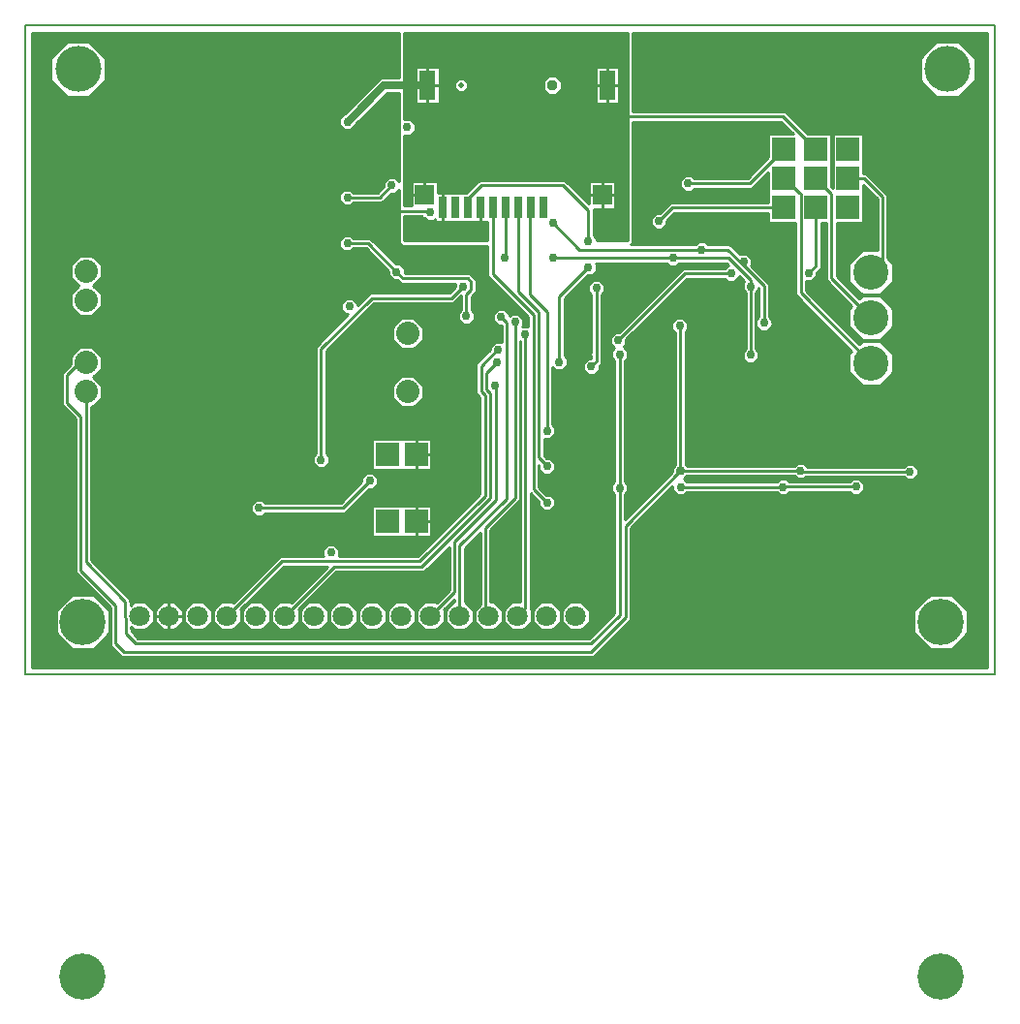
<source format=gbr>
G04 PROTEUS RS274X GERBER FILE*
%FSLAX45Y45*%
%MOMM*%
G01*
%ADD10C,0.254000*%
%ADD11C,0.635000*%
%ADD13C,0.762000*%
%ADD20C,2.032000*%
%ADD21C,3.048000*%
%ADD22R,2.032000X2.032000*%
%ADD32R,0.700000X1.900000*%
%ADD33R,1.700000X1.800000*%
%ADD34R,1.400000X2.600000*%
%ADD25C,0.960000*%
%ADD26C,0.500000*%
%ADD72C,1.800000*%
%ADD73C,4.050000*%
%ADD30C,4.000000*%
%ADD31C,0.203200*%
G36*
X-1050960Y-79041D02*
X-9399040Y-79041D01*
X-9399040Y+5469041D01*
X-6195720Y+5469041D01*
X-6195720Y+5072769D01*
X-6352833Y+5072769D01*
X-6665360Y+4760242D01*
X-6674341Y+4760242D01*
X-6716002Y+4718581D01*
X-6716002Y+4659665D01*
X-6674341Y+4618004D01*
X-6615425Y+4618004D01*
X-6573764Y+4659665D01*
X-6573764Y+4668646D01*
X-6299179Y+4943231D01*
X-6195720Y+4943231D01*
X-6195720Y+4170535D01*
X-6229439Y+4204254D01*
X-6288355Y+4204254D01*
X-6330016Y+4162593D01*
X-6330016Y+4126672D01*
X-6384189Y+4072499D01*
X-6589395Y+4072499D01*
X-6614795Y+4097899D01*
X-6673711Y+4097899D01*
X-6715372Y+4056238D01*
X-6715372Y+3997322D01*
X-6673711Y+3955661D01*
X-6614795Y+3955661D01*
X-6589395Y+3981061D01*
X-6346315Y+3981061D01*
X-6265360Y+4062016D01*
X-6229439Y+4062016D01*
X-6195720Y+4095735D01*
X-6195720Y+3631064D01*
X-6168936Y+3604280D01*
X-5420719Y+3604280D01*
X-5420719Y+3341465D01*
X-5065483Y+2986229D01*
X-5065483Y+2902772D01*
X-5119071Y+2902772D01*
X-5111316Y+2910527D01*
X-5111316Y+2969443D01*
X-5152977Y+3011104D01*
X-5211893Y+3011104D01*
X-5232964Y+2990033D01*
X-5232964Y+3013625D01*
X-5274625Y+3055286D01*
X-5333541Y+3055286D01*
X-5375202Y+3013625D01*
X-5375202Y+2954709D01*
X-5333541Y+2913048D01*
X-5299294Y+2913048D01*
X-5299294Y+2765630D01*
X-5301237Y+2767573D01*
X-5360153Y+2767573D01*
X-5401814Y+2725912D01*
X-5401814Y+2694692D01*
X-5522065Y+2574441D01*
X-5522065Y+2313667D01*
X-5487283Y+2278885D01*
X-5487283Y+1619280D01*
X-5487282Y+1619280D01*
X-5487282Y+1438703D01*
X-6032238Y+893747D01*
X-6717323Y+893747D01*
X-6716645Y+894425D01*
X-6716645Y+953341D01*
X-6758306Y+995002D01*
X-6817222Y+995002D01*
X-6858883Y+953341D01*
X-6858883Y+894425D01*
X-6858205Y+893747D01*
X-7238909Y+893747D01*
X-7643340Y+489316D01*
X-7647044Y+493019D01*
X-7748956Y+493019D01*
X-7821019Y+420956D01*
X-7821019Y+319044D01*
X-7748956Y+246981D01*
X-7647044Y+246981D01*
X-7574981Y+319044D01*
X-7574981Y+420956D01*
X-7578684Y+424660D01*
X-7201035Y+802309D01*
X-6822347Y+802309D01*
X-7135340Y+489316D01*
X-7139044Y+493019D01*
X-7240956Y+493019D01*
X-7313019Y+420956D01*
X-7313019Y+319044D01*
X-7240956Y+246981D01*
X-7139044Y+246981D01*
X-7066981Y+319044D01*
X-7066981Y+420956D01*
X-7070684Y+424660D01*
X-6740402Y+754942D01*
X-5976341Y+754942D01*
X-5757389Y+973894D01*
X-5757389Y+597267D01*
X-5865340Y+489316D01*
X-5869044Y+493019D01*
X-5970956Y+493019D01*
X-6043019Y+420956D01*
X-6043019Y+319044D01*
X-5970956Y+246981D01*
X-5869044Y+246981D01*
X-5796981Y+319044D01*
X-5796981Y+420956D01*
X-5800684Y+424660D01*
X-5711719Y+513625D01*
X-5711719Y+493019D01*
X-5716956Y+493019D01*
X-5789019Y+420956D01*
X-5789019Y+319044D01*
X-5716956Y+246981D01*
X-5615044Y+246981D01*
X-5542981Y+319044D01*
X-5542981Y+420956D01*
X-5615044Y+493019D01*
X-5620281Y+493019D01*
X-5620281Y+964599D01*
X-5485671Y+1099209D01*
X-5485671Y+470304D01*
X-5535019Y+420956D01*
X-5535019Y+319044D01*
X-5462956Y+246981D01*
X-5361044Y+246981D01*
X-5288981Y+319044D01*
X-5288981Y+420956D01*
X-5361044Y+493019D01*
X-5394233Y+493019D01*
X-5394233Y+1123551D01*
X-5136716Y+1381068D01*
X-5136716Y+2776995D01*
X-5136516Y+2776795D01*
X-5136516Y+493019D01*
X-5208956Y+493019D01*
X-5281019Y+420956D01*
X-5281019Y+319044D01*
X-5208956Y+246981D01*
X-5107044Y+246981D01*
X-5034981Y+319044D01*
X-5034981Y+420956D01*
X-5045078Y+431053D01*
X-5045078Y+1440422D01*
X-4971119Y+1366463D01*
X-4971119Y+1330542D01*
X-4929458Y+1288881D01*
X-4870542Y+1288881D01*
X-4828881Y+1330542D01*
X-4828881Y+1389458D01*
X-4870542Y+1431119D01*
X-4906463Y+1431119D01*
X-4974045Y+1498701D01*
X-4974045Y+1689389D01*
X-4971119Y+1686463D01*
X-4971119Y+1650542D01*
X-4929458Y+1608881D01*
X-4870542Y+1608881D01*
X-4828881Y+1650542D01*
X-4828881Y+1709458D01*
X-4870542Y+1751119D01*
X-4906463Y+1751119D01*
X-4928411Y+1773067D01*
X-4928411Y+1918881D01*
X-4870542Y+1918881D01*
X-4828881Y+1960542D01*
X-4828881Y+2019458D01*
X-4854281Y+2044858D01*
X-4854281Y+2547141D01*
X-4824206Y+2517066D01*
X-4765290Y+2517066D01*
X-4723629Y+2558727D01*
X-4723629Y+2617643D01*
X-4749029Y+2643043D01*
X-4749029Y+3142995D01*
X-4547148Y+3344876D01*
X-4511227Y+3344876D01*
X-4469566Y+3386537D01*
X-4469566Y+3445453D01*
X-4478394Y+3454281D01*
X-3854858Y+3454281D01*
X-3829458Y+3428881D01*
X-3770542Y+3428881D01*
X-3745142Y+3454281D01*
X-3336000Y+3454281D01*
X-3317077Y+3435358D01*
X-3322988Y+3435358D01*
X-3348388Y+3409958D01*
X-3714698Y+3409958D01*
X-4273537Y+2851119D01*
X-4309458Y+2851119D01*
X-4351119Y+2809458D01*
X-4351119Y+2750542D01*
X-4310984Y+2710407D01*
X-4336168Y+2685223D01*
X-4336168Y+2626307D01*
X-4312050Y+2602189D01*
X-4312050Y+1542880D01*
X-4337450Y+1517480D01*
X-4337450Y+1458564D01*
X-4312050Y+1433164D01*
X-4312050Y+397626D01*
X-4533957Y+175719D01*
X-8479470Y+175719D01*
X-8534898Y+238076D01*
X-8536115Y+272140D01*
X-8510956Y+246981D01*
X-8409044Y+246981D01*
X-8336981Y+319044D01*
X-8336981Y+420956D01*
X-8409044Y+493019D01*
X-8510956Y+493019D01*
X-8542864Y+461111D01*
X-8544953Y+519609D01*
X-8884281Y+858937D01*
X-8884281Y+2195381D01*
X-8874239Y+2195381D01*
X-8795381Y+2274239D01*
X-8795381Y+2385761D01*
X-8866620Y+2457000D01*
X-8795381Y+2528239D01*
X-8795381Y+2639761D01*
X-8874239Y+2718619D01*
X-8985761Y+2718619D01*
X-9064619Y+2639761D01*
X-9064619Y+2569751D01*
X-9141213Y+2493157D01*
X-9141213Y+2212573D01*
X-9021416Y+2092776D01*
X-9021416Y+1240010D01*
X-9021417Y+1240000D01*
X-9021417Y+749133D01*
X-8716468Y+444184D01*
X-8716468Y+109484D01*
X-8620665Y+13681D01*
X-4495875Y+13681D01*
X-4170878Y+338678D01*
X-4170878Y+1138460D01*
X-3804364Y+1504974D01*
X-3804364Y+1466926D01*
X-3762703Y+1425265D01*
X-3703787Y+1425265D01*
X-3676839Y+1452213D01*
X-2892838Y+1452213D01*
X-2867438Y+1426813D01*
X-2808522Y+1426813D01*
X-2781054Y+1454281D01*
X-2254858Y+1454281D01*
X-2229458Y+1428881D01*
X-2170542Y+1428881D01*
X-2128881Y+1470542D01*
X-2128881Y+1529458D01*
X-2170542Y+1571119D01*
X-2229458Y+1571119D01*
X-2254858Y+1545719D01*
X-2785190Y+1545719D01*
X-2808522Y+1569051D01*
X-2867438Y+1569051D01*
X-2892838Y+1543651D01*
X-3679935Y+1543651D01*
X-3703787Y+1567503D01*
X-3705914Y+1567503D01*
X-3679567Y+1593850D01*
X-2741230Y+1593850D01*
X-2715830Y+1568450D01*
X-2656914Y+1568450D01*
X-2640607Y+1584757D01*
X-1783426Y+1584757D01*
X-1758026Y+1559357D01*
X-1699110Y+1559357D01*
X-1657449Y+1601018D01*
X-1657449Y+1659934D01*
X-1699110Y+1701595D01*
X-1758026Y+1701595D01*
X-1783426Y+1676195D01*
X-2622421Y+1676195D01*
X-2656914Y+1710688D01*
X-2715830Y+1710688D01*
X-2741230Y+1685288D01*
X-3679567Y+1685288D01*
X-3690365Y+1696086D01*
X-3690365Y+2855508D01*
X-3669143Y+2876730D01*
X-3669143Y+2935646D01*
X-3710804Y+2977307D01*
X-3769720Y+2977307D01*
X-3811381Y+2935646D01*
X-3811381Y+2876730D01*
X-3781803Y+2847152D01*
X-3781803Y+1692768D01*
X-3807203Y+1667368D01*
X-3807203Y+1631447D01*
X-4220612Y+1218038D01*
X-4220612Y+1433164D01*
X-4195212Y+1458564D01*
X-4195212Y+1517480D01*
X-4220612Y+1542880D01*
X-4220612Y+2599625D01*
X-4193930Y+2626307D01*
X-4193930Y+2685223D01*
X-4234065Y+2725358D01*
X-4208881Y+2750542D01*
X-4208881Y+2786463D01*
X-3676824Y+3318520D01*
X-3348388Y+3318520D01*
X-3322988Y+3293120D01*
X-3264072Y+3293120D01*
X-3222411Y+3334781D01*
X-3222411Y+3340692D01*
X-3176886Y+3295167D01*
X-3192595Y+3279458D01*
X-3192595Y+3220542D01*
X-3167195Y+3195142D01*
X-3167195Y+2707834D01*
X-3192595Y+2682434D01*
X-3192595Y+2623518D01*
X-3150934Y+2581857D01*
X-3092018Y+2581857D01*
X-3050357Y+2623518D01*
X-3050357Y+2682434D01*
X-3075757Y+2707834D01*
X-3075757Y+3195142D01*
X-3050357Y+3220542D01*
X-3050357Y+3236600D01*
X-3050027Y+3236270D01*
X-3050027Y+2985919D01*
X-3075427Y+2960519D01*
X-3075427Y+2901603D01*
X-3033766Y+2859942D01*
X-2974850Y+2859942D01*
X-2933189Y+2901603D01*
X-2933189Y+2920075D01*
X-2921364Y+2908250D01*
X-2895062Y+2908250D01*
X-2876463Y+2926849D01*
X-2876463Y+2953151D01*
X-2895062Y+2971750D01*
X-2921364Y+2971750D01*
X-2933189Y+2959925D01*
X-2933189Y+2960519D01*
X-2958589Y+2985919D01*
X-2958589Y+3274144D01*
X-3116934Y+3432489D01*
X-3112155Y+3437268D01*
X-3112155Y+3496184D01*
X-3153816Y+3537845D01*
X-3212732Y+3537845D01*
X-3217511Y+3533066D01*
X-3302962Y+3618517D01*
X-3495142Y+3618517D01*
X-3520542Y+3643917D01*
X-3579458Y+3643917D01*
X-3604858Y+3618517D01*
X-4166827Y+3618517D01*
X-4154280Y+3631064D01*
X-4154280Y+4690078D01*
X-2856734Y+4690078D01*
X-2749275Y+4582619D01*
X-2964619Y+4582619D01*
X-2964619Y+4378037D01*
X-3146984Y+4195672D01*
X-3616047Y+4195672D01*
X-3641447Y+4221072D01*
X-3700363Y+4221072D01*
X-3742024Y+4179411D01*
X-3742024Y+4120495D01*
X-3700363Y+4078834D01*
X-3641447Y+4078834D01*
X-3616047Y+4104234D01*
X-3109110Y+4104234D01*
X-2964619Y+4248725D01*
X-2964619Y+3985719D01*
X-3823344Y+3985719D01*
X-3918691Y+3890372D01*
X-3954612Y+3890372D01*
X-3996273Y+3848711D01*
X-3996273Y+3789795D01*
X-3954612Y+3748134D01*
X-3895696Y+3748134D01*
X-3854035Y+3789795D01*
X-3854035Y+3825716D01*
X-3785470Y+3894281D01*
X-2964619Y+3894281D01*
X-2964619Y+3805381D01*
X-2730271Y+3805381D01*
X-2730271Y+3175615D01*
X-2238827Y+2684171D01*
X-2263039Y+2659959D01*
X-2263039Y+2500041D01*
X-2149959Y+2386961D01*
X-1990041Y+2386961D01*
X-1876961Y+2500041D01*
X-1876961Y+2659959D01*
X-1990041Y+2773039D01*
X-2149959Y+2773039D01*
X-2174171Y+2748827D01*
X-2638833Y+3213489D01*
X-2638833Y+3295266D01*
X-2583998Y+3295266D01*
X-2542337Y+3336927D01*
X-2542337Y+3372848D01*
X-2504281Y+3410904D01*
X-2504281Y+3805381D01*
X-2461145Y+3805381D01*
X-2461145Y+3302729D01*
X-2238827Y+3080411D01*
X-2263039Y+3056199D01*
X-2263039Y+2896281D01*
X-2149959Y+2783201D01*
X-1990041Y+2783201D01*
X-1876961Y+2896281D01*
X-1876961Y+3056199D01*
X-1990041Y+3169279D01*
X-2149959Y+3169279D01*
X-2174171Y+3145067D01*
X-2369707Y+3340603D01*
X-2369707Y+3805381D01*
X-2135381Y+3805381D01*
X-2135381Y+4135646D01*
X-2015385Y+4015650D01*
X-2015385Y+3565519D01*
X-2149959Y+3565519D01*
X-2263039Y+3452439D01*
X-2263039Y+3292521D01*
X-2149959Y+3179441D01*
X-1990041Y+3179441D01*
X-1876961Y+3292521D01*
X-1876961Y+3452439D01*
X-1923947Y+3499425D01*
X-1923947Y+4053524D01*
X-2110142Y+4239719D01*
X-2135381Y+4239719D01*
X-2135381Y+4582619D01*
X-2404619Y+4582619D01*
X-2404619Y+4112789D01*
X-2415381Y+4123551D01*
X-2415381Y+4582619D01*
X-2619963Y+4582619D01*
X-2818860Y+4781516D01*
X-4154280Y+4781516D01*
X-4154280Y+5469041D01*
X-1050960Y+5469041D01*
X-1050960Y-79041D01*
G37*
%LPC*%
G36*
X-6064239Y+2195381D02*
X-6175761Y+2195381D01*
X-6254619Y+2274239D01*
X-6254619Y+2385761D01*
X-6175761Y+2464619D01*
X-6064239Y+2464619D01*
X-5985381Y+2385761D01*
X-5985381Y+2274239D01*
X-6064239Y+2195381D01*
G37*
G36*
X-6064239Y+2703381D02*
X-6175761Y+2703381D01*
X-6254619Y+2782239D01*
X-6254619Y+2893761D01*
X-6175761Y+2972619D01*
X-6064239Y+2972619D01*
X-5985381Y+2893761D01*
X-5985381Y+2782239D01*
X-6064239Y+2703381D01*
G37*
G36*
X-8795381Y+3439761D02*
X-8795381Y+3328239D01*
X-8866620Y+3257000D01*
X-8795381Y+3185761D01*
X-8795381Y+3074239D01*
X-8874239Y+2995381D01*
X-8985761Y+2995381D01*
X-9064619Y+3074239D01*
X-9064619Y+3185761D01*
X-8993380Y+3257000D01*
X-9064619Y+3328239D01*
X-9064619Y+3439761D01*
X-8985761Y+3518619D01*
X-8874239Y+3518619D01*
X-8795381Y+3439761D01*
G37*
G36*
X-5911381Y+1065381D02*
X-6434619Y+1065381D01*
X-6434619Y+1334619D01*
X-5911381Y+1334619D01*
X-5911381Y+1065381D01*
G37*
G36*
X-5911381Y+1645381D02*
X-6434619Y+1645381D01*
X-6434619Y+1914619D01*
X-5911381Y+1914619D01*
X-5911381Y+1645381D01*
G37*
G36*
X-8329019Y+319044D02*
X-8329019Y+420956D01*
X-8256956Y+493019D01*
X-8155044Y+493019D01*
X-8082981Y+420956D01*
X-8082981Y+319044D01*
X-8155044Y+246981D01*
X-8256956Y+246981D01*
X-8329019Y+319044D01*
G37*
G36*
X-8075019Y+319044D02*
X-8075019Y+420956D01*
X-8002956Y+493019D01*
X-7901044Y+493019D01*
X-7828981Y+420956D01*
X-7828981Y+319044D01*
X-7901044Y+246981D01*
X-8002956Y+246981D01*
X-8075019Y+319044D01*
G37*
G36*
X-7567019Y+319044D02*
X-7567019Y+420956D01*
X-7494956Y+493019D01*
X-7393044Y+493019D01*
X-7320981Y+420956D01*
X-7320981Y+319044D01*
X-7393044Y+246981D01*
X-7494956Y+246981D01*
X-7567019Y+319044D01*
G37*
G36*
X-7059019Y+319044D02*
X-7059019Y+420956D01*
X-6986956Y+493019D01*
X-6885044Y+493019D01*
X-6812981Y+420956D01*
X-6812981Y+319044D01*
X-6885044Y+246981D01*
X-6986956Y+246981D01*
X-7059019Y+319044D01*
G37*
G36*
X-6805019Y+319044D02*
X-6805019Y+420956D01*
X-6732956Y+493019D01*
X-6631044Y+493019D01*
X-6558981Y+420956D01*
X-6558981Y+319044D01*
X-6631044Y+246981D01*
X-6732956Y+246981D01*
X-6805019Y+319044D01*
G37*
G36*
X-6551019Y+319044D02*
X-6551019Y+420956D01*
X-6478956Y+493019D01*
X-6377044Y+493019D01*
X-6304981Y+420956D01*
X-6304981Y+319044D01*
X-6377044Y+246981D01*
X-6478956Y+246981D01*
X-6551019Y+319044D01*
G37*
G36*
X-6297019Y+319044D02*
X-6297019Y+420956D01*
X-6224956Y+493019D01*
X-6123044Y+493019D01*
X-6050981Y+420956D01*
X-6050981Y+319044D01*
X-6123044Y+246981D01*
X-6224956Y+246981D01*
X-6297019Y+319044D01*
G37*
G36*
X-5027019Y+319044D02*
X-5027019Y+420956D01*
X-4954956Y+493019D01*
X-4853044Y+493019D01*
X-4780981Y+420956D01*
X-4780981Y+319044D01*
X-4853044Y+246981D01*
X-4954956Y+246981D01*
X-5027019Y+319044D01*
G37*
G36*
X-4773019Y+319044D02*
X-4773019Y+420956D01*
X-4700956Y+493019D01*
X-4599044Y+493019D01*
X-4526981Y+420956D01*
X-4526981Y+319044D01*
X-4599044Y+246981D01*
X-4700956Y+246981D01*
X-4773019Y+319044D01*
G37*
G36*
X-9195519Y+222445D02*
X-9195519Y+417555D01*
X-9057555Y+555519D01*
X-8862445Y+555519D01*
X-8724481Y+417555D01*
X-8724481Y+222445D01*
X-8862445Y+84481D01*
X-9057555Y+84481D01*
X-9195519Y+222445D01*
G37*
G36*
X-1695519Y+222445D02*
X-1695519Y+417555D01*
X-1557555Y+555519D01*
X-1362445Y+555519D01*
X-1224481Y+417555D01*
X-1224481Y+222445D01*
X-1362445Y+84481D01*
X-1557555Y+84481D01*
X-1695519Y+222445D01*
G37*
G36*
X-9240639Y+5050324D02*
X-9240639Y+5249676D01*
X-9099676Y+5390639D01*
X-8900324Y+5390639D01*
X-8759361Y+5249676D01*
X-8759361Y+5050324D01*
X-8900324Y+4909361D01*
X-9099676Y+4909361D01*
X-9240639Y+5050324D01*
G37*
G36*
X-1640639Y+5050324D02*
X-1640639Y+5249676D01*
X-1499676Y+5390639D01*
X-1300324Y+5390639D01*
X-1159361Y+5249676D01*
X-1159361Y+5050324D01*
X-1300324Y+4909361D01*
X-1499676Y+4909361D01*
X-1640639Y+5050324D01*
G37*
G36*
X-2944514Y+2611299D02*
X-2944514Y+2637601D01*
X-2925915Y+2656200D01*
X-2899613Y+2656200D01*
X-2881014Y+2637601D01*
X-2881014Y+2611299D01*
X-2899613Y+2592700D01*
X-2925915Y+2592700D01*
X-2944514Y+2611299D01*
G37*
G36*
X-6367814Y+4624997D02*
X-6367814Y+4651299D01*
X-6349215Y+4669898D01*
X-6322913Y+4669898D01*
X-6304314Y+4651299D01*
X-6304314Y+4624997D01*
X-6322913Y+4606398D01*
X-6349215Y+4606398D01*
X-6367814Y+4624997D01*
G37*
G36*
X-6896864Y+4451797D02*
X-6896864Y+4478099D01*
X-6878265Y+4496698D01*
X-6851963Y+4496698D01*
X-6833364Y+4478099D01*
X-6833364Y+4451797D01*
X-6851963Y+4433198D01*
X-6878265Y+4433198D01*
X-6896864Y+4451797D01*
G37*
G36*
X-6590178Y+3673620D02*
X-6447531Y+3673620D01*
X-6222940Y+3449029D01*
X-6187019Y+3449029D01*
X-6145358Y+3407368D01*
X-6145358Y+3371447D01*
X-6140996Y+3367085D01*
X-5576133Y+3367085D01*
X-5519218Y+3310170D01*
X-5519218Y+3201490D01*
X-5560113Y+3160595D01*
X-5560112Y+3045344D01*
X-5534712Y+3019944D01*
X-5534712Y+2961028D01*
X-5576373Y+2919367D01*
X-5635289Y+2919367D01*
X-5676950Y+2961028D01*
X-5676950Y+3019944D01*
X-5651550Y+3045344D01*
X-5651549Y+3169639D01*
X-5717336Y+3103852D01*
X-6412627Y+3103852D01*
X-6830786Y+2685693D01*
X-6830786Y+1791021D01*
X-6805386Y+1765621D01*
X-6805386Y+1706705D01*
X-6847047Y+1665044D01*
X-6905963Y+1665044D01*
X-6947624Y+1706705D01*
X-6947624Y+1765621D01*
X-6922224Y+1791021D01*
X-6922224Y+2723567D01*
X-6639038Y+3006753D01*
X-6658973Y+3006753D01*
X-6700634Y+3048414D01*
X-6700634Y+3107330D01*
X-6658973Y+3148991D01*
X-6600057Y+3148991D01*
X-6558396Y+3107330D01*
X-6558396Y+3087395D01*
X-6450501Y+3195290D01*
X-5755210Y+3195290D01*
X-5707123Y+3243377D01*
X-5707123Y+3275647D01*
X-6178870Y+3275647D01*
X-6210014Y+3306791D01*
X-6245935Y+3306791D01*
X-6287596Y+3348452D01*
X-6287596Y+3384373D01*
X-6485405Y+3582182D01*
X-6590178Y+3582182D01*
X-6615578Y+3556782D01*
X-6674494Y+3556782D01*
X-6716155Y+3598443D01*
X-6716155Y+3657359D01*
X-6674494Y+3699020D01*
X-6615578Y+3699020D01*
X-6590178Y+3673620D01*
G37*
G36*
X-6378881Y+1579458D02*
X-6378881Y+1520542D01*
X-6420542Y+1478881D01*
X-6456463Y+1478881D01*
X-6664934Y+1270410D01*
X-7366455Y+1270410D01*
X-7391855Y+1245010D01*
X-7450771Y+1245010D01*
X-7492432Y+1286671D01*
X-7492432Y+1345587D01*
X-7450771Y+1387248D01*
X-7391855Y+1387248D01*
X-7366455Y+1361848D01*
X-6702808Y+1361848D01*
X-6521119Y+1543537D01*
X-6521119Y+1579458D01*
X-6479458Y+1621119D01*
X-6420542Y+1621119D01*
X-6378881Y+1579458D01*
G37*
G36*
X-4398383Y+3266274D02*
X-4398383Y+3207358D01*
X-4423783Y+3181958D01*
X-4423783Y+2577863D01*
X-4445730Y+2555916D01*
X-4445730Y+2519995D01*
X-4487391Y+2478334D01*
X-4546307Y+2478334D01*
X-4587968Y+2519995D01*
X-4587968Y+2578911D01*
X-4546307Y+2620572D01*
X-4515221Y+2620572D01*
X-4515221Y+2647299D01*
X-4532700Y+2629820D01*
X-4559002Y+2629820D01*
X-4577601Y+2648419D01*
X-4577601Y+2674721D01*
X-4559002Y+2693320D01*
X-4532700Y+2693320D01*
X-4515221Y+2675841D01*
X-4515221Y+3181958D01*
X-4540621Y+3207358D01*
X-4540621Y+3266274D01*
X-4498960Y+3307935D01*
X-4440044Y+3307935D01*
X-4398383Y+3266274D01*
G37*
G36*
X-6460584Y+3900545D02*
X-6460584Y+3926847D01*
X-6441985Y+3945446D01*
X-6415683Y+3945446D01*
X-6397084Y+3926847D01*
X-6397084Y+3900545D01*
X-6415683Y+3881946D01*
X-6441985Y+3881946D01*
X-6460584Y+3900545D01*
G37*
G36*
X-4401329Y+3368626D02*
X-4401329Y+3394928D01*
X-4382730Y+3413527D01*
X-4356428Y+3413527D01*
X-4337829Y+3394928D01*
X-4337829Y+3368626D01*
X-4356428Y+3350027D01*
X-4382730Y+3350027D01*
X-4401329Y+3368626D01*
G37*
G36*
X-3966653Y+3354064D02*
X-3966653Y+3380366D01*
X-3948054Y+3398965D01*
X-3921752Y+3398965D01*
X-3903153Y+3380366D01*
X-3903153Y+3354064D01*
X-3921752Y+3335465D01*
X-3948054Y+3335465D01*
X-3966653Y+3354064D01*
G37*
%LPD*%
G36*
X-4200000Y+3650000D02*
X-4469474Y+3650000D01*
X-4469474Y+3673333D01*
X-4494874Y+3698733D01*
X-4494874Y+3924981D01*
X-4301981Y+3924981D01*
X-4301981Y+4171019D01*
X-4538019Y+4171019D01*
X-4538019Y+3977231D01*
X-4743251Y+4182463D01*
X-5494520Y+4182463D01*
X-5606964Y+4070019D01*
X-5851981Y+4070019D01*
X-5851981Y+4171019D01*
X-6088019Y+4171019D01*
X-6088019Y+3957850D01*
X-6150000Y+3957850D01*
X-6150000Y+4570316D01*
X-6093133Y+4570316D01*
X-6051472Y+4611977D01*
X-6051472Y+4670893D01*
X-6093133Y+4712554D01*
X-6150000Y+4712554D01*
X-6150000Y+5469041D01*
X-4200000Y+5469041D01*
X-4200000Y+3650000D01*
G37*
%LPC*%
G36*
X-5841981Y+4844981D02*
X-6048019Y+4844981D01*
X-6048019Y+5171019D01*
X-5841981Y+5171019D01*
X-5841981Y+4844981D01*
G37*
G36*
X-4271981Y+4844981D02*
X-4478019Y+4844981D01*
X-4478019Y+5171019D01*
X-4271981Y+5171019D01*
X-4271981Y+4844981D01*
G37*
G36*
X-4773981Y+5041559D02*
X-4773981Y+4974441D01*
X-4821441Y+4926981D01*
X-4888559Y+4926981D01*
X-4936019Y+4974441D01*
X-4936019Y+5041559D01*
X-4888559Y+5089019D01*
X-4821441Y+5089019D01*
X-4773981Y+5041559D01*
G37*
G36*
X-5596981Y+5032032D02*
X-5596981Y+4983968D01*
X-5630968Y+4949981D01*
X-5679032Y+4949981D01*
X-5713019Y+4983968D01*
X-5713019Y+5032032D01*
X-5679032Y+5066019D01*
X-5630968Y+5066019D01*
X-5596981Y+5032032D01*
G37*
G36*
X-4266934Y+3887907D02*
X-4266934Y+3914209D01*
X-4248335Y+3932808D01*
X-4222033Y+3932808D01*
X-4203434Y+3914209D01*
X-4203434Y+3887907D01*
X-4222033Y+3869308D01*
X-4248335Y+3869308D01*
X-4266934Y+3887907D01*
G37*
G36*
X-4301568Y+4722646D02*
X-4301568Y+4748948D01*
X-4282969Y+4767547D01*
X-4256667Y+4767547D01*
X-4238068Y+4748948D01*
X-4238068Y+4722646D01*
X-4256667Y+4704047D01*
X-4282969Y+4704047D01*
X-4301568Y+4722646D01*
G37*
%LPD*%
G36*
X-6037724Y+3851866D02*
X-6037724Y+3825564D01*
X-6019125Y+3806965D01*
X-5992823Y+3806965D01*
X-5974224Y+3825564D01*
X-5974224Y+3848716D01*
X-5952038Y+3826530D01*
X-5893122Y+3826530D01*
X-5883019Y+3836633D01*
X-5883019Y+3813981D01*
X-5420719Y+3813981D01*
X-5420719Y+3650000D01*
X-6150000Y+3650000D01*
X-6150000Y+3866414D01*
X-6023176Y+3866414D01*
X-6037724Y+3851866D01*
G37*
D10*
X-1728568Y+1630476D02*
X-2677279Y+1630476D01*
X-2686372Y+1639569D01*
X-3736084Y+1637910D02*
X-3736084Y+2902010D01*
X-3740262Y+2906188D01*
X-2200000Y+1500000D02*
X-2835912Y+1500000D01*
X-2837980Y+1497932D01*
X-3731697Y+1497932D01*
X-3733245Y+1496384D01*
X-4266331Y+1488022D02*
X-4266331Y+2654483D01*
X-4265049Y+2655765D01*
X-3121476Y+2652976D02*
X-3121476Y+3250000D01*
X-3121476Y+3304413D01*
X-3317063Y+3500000D01*
X-3800000Y+3500000D01*
X-4850000Y+3500000D01*
X-3199550Y+3450450D02*
X-3183274Y+3466726D01*
X-3004308Y+2931061D02*
X-3004308Y+3255207D01*
X-3199550Y+3450450D01*
X-3321899Y+3572798D01*
X-3550000Y+3572798D01*
X-4616902Y+3572798D01*
X-4851917Y+3807813D01*
X-2908213Y+2940000D02*
X-2908213Y+2633229D01*
X-2906099Y+2631115D01*
X-2912764Y+2624450D01*
X-2070000Y+3372480D02*
X-1969666Y+3472814D01*
X-1969666Y+4034587D01*
X-2120883Y+4185804D01*
X-2129079Y+4194000D01*
X-2270000Y+4194000D01*
X-2070000Y+2976240D02*
X-2415426Y+3321666D01*
X-2415426Y+4058940D01*
X-2417022Y+4060536D01*
X-2550000Y+4193514D01*
X-2550000Y+4194000D01*
X-2070000Y+2580000D02*
X-2684552Y+3194552D01*
X-2684552Y+4056420D01*
X-2695351Y+4067219D01*
X-2822132Y+4194000D01*
X-2830000Y+4194000D01*
X-4280000Y+2780000D02*
X-3695761Y+3364239D01*
X-3293530Y+3364239D01*
X-2613456Y+3366385D02*
X-2550000Y+3429841D01*
X-2550000Y+3940000D01*
X-3736084Y+1637910D02*
X-4216597Y+1157397D01*
X-4216597Y+357615D01*
X-4514812Y+59400D01*
X-8601728Y+59400D01*
X-8670749Y+128421D01*
X-8670749Y+463121D01*
X-8975698Y+768070D01*
X-8975698Y+1240000D01*
X-8975698Y+2111714D01*
X-8976960Y+2112976D01*
X-9095494Y+2231510D01*
X-9095494Y+2474220D01*
X-8985714Y+2584000D01*
X-8930000Y+2584000D01*
X-2686372Y+1639569D02*
X-3734425Y+1639569D01*
X-8930000Y+2330000D02*
X-8930000Y+840000D01*
X-8590000Y+500000D01*
X-8580000Y+220000D01*
X-8500000Y+130000D01*
X-4515020Y+130000D01*
X-4266331Y+378689D01*
X-4266331Y+1488022D01*
X-3670905Y+4149953D02*
X-3128047Y+4149953D01*
X-2830000Y+4448000D01*
X-4900000Y+1990000D02*
X-4900000Y+3024764D01*
X-5053505Y+3178269D01*
X-5053505Y+3933495D01*
X-5045000Y+3942000D01*
X-4900000Y+1680000D02*
X-4974130Y+1754130D01*
X-4974130Y+3024130D01*
X-5155000Y+3205000D01*
X-5155000Y+3942000D01*
X-4900000Y+1360000D02*
X-5019764Y+1479764D01*
X-5019764Y+2971166D01*
X-5019764Y+3005166D01*
X-5375000Y+3360402D01*
X-5375000Y+3942000D01*
X-4794748Y+2588185D02*
X-4794748Y+3161932D01*
X-4540685Y+3415995D01*
X-4540593Y+3643875D02*
X-4540593Y+3915149D01*
X-4762188Y+4136744D01*
X-5475583Y+4136744D01*
X-5595000Y+4017327D01*
X-5595000Y+3942000D01*
X-2830000Y+3940000D02*
X-3804407Y+3940000D01*
X-3925154Y+3819253D01*
X-5265000Y+3942000D02*
X-5265000Y+3509036D01*
X-5269990Y+3504046D01*
X-5636004Y+3249840D02*
X-5736273Y+3149571D01*
X-6431564Y+3149571D01*
X-6876505Y+2704630D01*
X-6876505Y+1736163D01*
X-5090797Y+2831653D02*
X-5090797Y+437203D01*
X-5158000Y+370000D01*
X-5182435Y+2939985D02*
X-5182435Y+1400005D01*
X-5439952Y+1142488D01*
X-5439952Y+397952D01*
X-5412000Y+370000D01*
X-5304083Y+2984167D02*
X-5253576Y+2933660D01*
X-5253576Y+1395960D01*
X-5666000Y+983536D01*
X-5666000Y+370000D01*
X-6450000Y+1550000D02*
X-6683871Y+1316129D01*
X-7421313Y+1316129D01*
X-5920000Y+370000D02*
X-5711670Y+578330D01*
X-5711670Y+1019746D01*
X-5350000Y+1381416D01*
X-5350000Y+2383195D01*
X-5349647Y+2383548D01*
X-5356295Y+2383548D01*
X-7190000Y+370000D02*
X-6759339Y+800661D01*
X-6233156Y+800661D01*
X-5995278Y+800661D01*
X-5395939Y+1400000D01*
X-5395939Y+2316728D01*
X-5430644Y+2351433D01*
X-5430644Y+2497098D01*
X-5341123Y+2586619D01*
X-7698000Y+370000D02*
X-7219972Y+848028D01*
X-6013301Y+848028D01*
X-5441564Y+1419765D01*
X-5441564Y+1619280D01*
X-5441564Y+2297822D01*
X-5476346Y+2332604D01*
X-5476346Y+2555504D01*
X-5335396Y+2696454D01*
X-5330695Y+2696454D01*
X-6216477Y+3377910D02*
X-6466468Y+3627901D01*
X-6645036Y+3627901D01*
X-6258897Y+4133135D02*
X-6365252Y+4026780D01*
X-6644253Y+4026780D01*
D11*
X-5945000Y+5008000D02*
X-6326006Y+5008000D01*
X-6644883Y+4689123D01*
D10*
X-5605831Y+2990486D02*
X-5605831Y+3179533D01*
X-5564937Y+3220427D01*
X-5564937Y+3291233D01*
X-5595070Y+3321366D01*
X-6159933Y+3321366D01*
X-6216477Y+3377910D01*
X-4469502Y+3236816D02*
X-4469502Y+2596800D01*
X-4516849Y+2549453D01*
X-4269818Y+4735797D02*
X-2837797Y+4735797D01*
X-2550000Y+4448000D01*
X-5922580Y+3897649D02*
X-5937063Y+3912132D01*
X-6428515Y+3912132D01*
X-6430079Y+3913696D01*
X-6428834Y+3913696D01*
X-4369579Y+3381777D02*
X-3949465Y+3381777D01*
X-3934903Y+3367215D01*
D13*
X-4900000Y+1990000D03*
X-4900000Y+1680000D03*
X-4900000Y+1360000D03*
X-4794748Y+2588185D03*
X-1728568Y+1630476D03*
X-2686372Y+1639569D03*
X-3740262Y+2906188D03*
X-2200000Y+1500000D03*
X-2837980Y+1497932D03*
X-4265049Y+2655765D03*
X-3121476Y+2652976D03*
X-4850000Y+3500000D03*
X-3121476Y+3250000D03*
X-3800000Y+3500000D03*
X-3004308Y+2931061D03*
X-4851917Y+3807813D03*
X-3183274Y+3466726D03*
X-3550000Y+3572798D03*
X-2908213Y+2940000D03*
X-2912764Y+2624450D03*
X-4280000Y+2780000D03*
X-3293530Y+3364239D03*
X-2613456Y+3366385D03*
X-3733245Y+1496384D03*
X-3734425Y+1639569D03*
X-3736084Y+1637910D03*
X-4266331Y+1488022D03*
X-3670905Y+4149953D03*
X-4540685Y+3415995D03*
X-4540593Y+3643875D03*
X-6336064Y+4638148D03*
X-6122591Y+4641435D03*
X-6865114Y+4464948D03*
X-3925154Y+3819253D03*
X-5269990Y+3504046D03*
X-5636004Y+3249840D03*
X-6876505Y+1736163D03*
X-5090797Y+2831653D03*
X-5182435Y+2939985D03*
X-5304083Y+2984167D03*
X-7421313Y+1316129D03*
X-5356295Y+2383548D03*
X-6005974Y+3838715D03*
X-5341123Y+2586619D03*
X-5330695Y+2696454D03*
X-6787764Y+923883D03*
X-6629515Y+3077872D03*
X-6216477Y+3377910D03*
X-6645036Y+3627901D03*
X-6258897Y+4133135D03*
X-6644253Y+4026780D03*
X-6644883Y+4689123D03*
X-4235184Y+3901058D03*
X-5605831Y+2990486D03*
X-4545851Y+2661570D03*
X-6450000Y+1550000D03*
X-4269818Y+4735797D03*
X-4469502Y+3236816D03*
X-4516849Y+2549453D03*
X-5922580Y+3897649D03*
X-6428834Y+3913696D03*
X-4369579Y+3381777D03*
X-3934903Y+3367215D03*
D10*
X-1050960Y-79041D02*
X-9399040Y-79041D01*
X-9399040Y+5469041D01*
X-6195720Y+5469041D01*
X-6195720Y+5072769D01*
X-6352833Y+5072769D01*
X-6665360Y+4760242D01*
X-6674341Y+4760242D01*
X-6716002Y+4718581D01*
X-6716002Y+4659665D01*
X-6674341Y+4618004D01*
X-6615425Y+4618004D01*
X-6573764Y+4659665D01*
X-6573764Y+4668646D01*
X-6299179Y+4943231D01*
X-6195720Y+4943231D01*
X-6195720Y+4170535D01*
X-6229439Y+4204254D01*
X-6288355Y+4204254D01*
X-6330016Y+4162593D01*
X-6330016Y+4126672D01*
X-6384189Y+4072499D01*
X-6589395Y+4072499D01*
X-6614795Y+4097899D01*
X-6673711Y+4097899D01*
X-6715372Y+4056238D01*
X-6715372Y+3997322D01*
X-6673711Y+3955661D01*
X-6614795Y+3955661D01*
X-6589395Y+3981061D01*
X-6346315Y+3981061D01*
X-6265360Y+4062016D01*
X-6229439Y+4062016D01*
X-6195720Y+4095735D01*
X-6195720Y+3631064D01*
X-6168936Y+3604280D01*
X-5420719Y+3604280D01*
X-5420719Y+3341465D01*
X-5065483Y+2986229D01*
X-5065483Y+2902772D01*
X-5119071Y+2902772D01*
X-5111316Y+2910527D01*
X-5111316Y+2969443D01*
X-5152977Y+3011104D01*
X-5211893Y+3011104D01*
X-5232964Y+2990033D01*
X-5232964Y+3013625D01*
X-5274625Y+3055286D01*
X-5333541Y+3055286D01*
X-5375202Y+3013625D01*
X-5375202Y+2954709D01*
X-5333541Y+2913048D01*
X-5299294Y+2913048D01*
X-5299294Y+2765630D01*
X-5301237Y+2767573D01*
X-5360153Y+2767573D01*
X-5401814Y+2725912D01*
X-5401814Y+2694692D01*
X-5522065Y+2574441D01*
X-5522065Y+2313667D01*
X-5487283Y+2278885D01*
X-5487283Y+1619280D01*
X-5487282Y+1619280D01*
X-5487282Y+1438703D01*
X-6032238Y+893747D01*
X-6717323Y+893747D01*
X-6716645Y+894425D01*
X-6716645Y+953341D01*
X-6758306Y+995002D01*
X-6817222Y+995002D01*
X-6858883Y+953341D01*
X-6858883Y+894425D01*
X-6858205Y+893747D01*
X-7238909Y+893747D01*
X-7643340Y+489316D01*
X-7647044Y+493019D01*
X-7748956Y+493019D01*
X-7821019Y+420956D01*
X-7821019Y+319044D01*
X-7748956Y+246981D01*
X-7647044Y+246981D01*
X-7574981Y+319044D01*
X-7574981Y+420956D01*
X-7578684Y+424660D01*
X-7201035Y+802309D01*
X-6822347Y+802309D01*
X-7135340Y+489316D01*
X-7139044Y+493019D01*
X-7240956Y+493019D01*
X-7313019Y+420956D01*
X-7313019Y+319044D01*
X-7240956Y+246981D01*
X-7139044Y+246981D01*
X-7066981Y+319044D01*
X-7066981Y+420956D01*
X-7070684Y+424660D01*
X-6740402Y+754942D01*
X-5976341Y+754942D01*
X-5757389Y+973894D01*
X-5757389Y+597267D01*
X-5865340Y+489316D01*
X-5869044Y+493019D01*
X-5970956Y+493019D01*
X-6043019Y+420956D01*
X-6043019Y+319044D01*
X-5970956Y+246981D01*
X-5869044Y+246981D01*
X-5796981Y+319044D01*
X-5796981Y+420956D01*
X-5800684Y+424660D01*
X-5711719Y+513625D01*
X-5711719Y+493019D01*
X-5716956Y+493019D01*
X-5789019Y+420956D01*
X-5789019Y+319044D01*
X-5716956Y+246981D01*
X-5615044Y+246981D01*
X-5542981Y+319044D01*
X-5542981Y+420956D01*
X-5615044Y+493019D01*
X-5620281Y+493019D01*
X-5620281Y+964599D01*
X-5485671Y+1099209D01*
X-5485671Y+470304D01*
X-5535019Y+420956D01*
X-5535019Y+319044D01*
X-5462956Y+246981D01*
X-5361044Y+246981D01*
X-5288981Y+319044D01*
X-5288981Y+420956D01*
X-5361044Y+493019D01*
X-5394233Y+493019D01*
X-5394233Y+1123551D01*
X-5136716Y+1381068D01*
X-5136716Y+2776995D01*
X-5136516Y+2776795D01*
X-5136516Y+493019D01*
X-5208956Y+493019D01*
X-5281019Y+420956D01*
X-5281019Y+319044D01*
X-5208956Y+246981D01*
X-5107044Y+246981D01*
X-5034981Y+319044D01*
X-5034981Y+420956D01*
X-5045078Y+431053D01*
X-5045078Y+1440422D01*
X-4971119Y+1366463D01*
X-4971119Y+1330542D01*
X-4929458Y+1288881D01*
X-4870542Y+1288881D01*
X-4828881Y+1330542D01*
X-4828881Y+1389458D01*
X-4870542Y+1431119D01*
X-4906463Y+1431119D01*
X-4974045Y+1498701D01*
X-4974045Y+1689389D01*
X-4971119Y+1686463D01*
X-4971119Y+1650542D01*
X-4929458Y+1608881D01*
X-4870542Y+1608881D01*
X-4828881Y+1650542D01*
X-4828881Y+1709458D01*
X-4870542Y+1751119D01*
X-4906463Y+1751119D01*
X-4928411Y+1773067D01*
X-4928411Y+1918881D01*
X-4870542Y+1918881D01*
X-4828881Y+1960542D01*
X-4828881Y+2019458D01*
X-4854281Y+2044858D01*
X-4854281Y+2547141D01*
X-4824206Y+2517066D01*
X-4765290Y+2517066D01*
X-4723629Y+2558727D01*
X-4723629Y+2617643D01*
X-4749029Y+2643043D01*
X-4749029Y+3142995D01*
X-4547148Y+3344876D01*
X-4511227Y+3344876D01*
X-4469566Y+3386537D01*
X-4469566Y+3445453D01*
X-4478394Y+3454281D01*
X-3854858Y+3454281D01*
X-3829458Y+3428881D01*
X-3770542Y+3428881D01*
X-3745142Y+3454281D01*
X-3336000Y+3454281D01*
X-3317077Y+3435358D01*
X-3322988Y+3435358D01*
X-3348388Y+3409958D01*
X-3714698Y+3409958D01*
X-4273537Y+2851119D01*
X-4309458Y+2851119D01*
X-4351119Y+2809458D01*
X-4351119Y+2750542D01*
X-4310984Y+2710407D01*
X-4336168Y+2685223D01*
X-4336168Y+2626307D01*
X-4312050Y+2602189D01*
X-4312050Y+1542880D01*
X-4337450Y+1517480D01*
X-4337450Y+1458564D01*
X-4312050Y+1433164D01*
X-4312050Y+397626D01*
X-4533957Y+175719D01*
X-8479470Y+175719D01*
X-8534898Y+238076D01*
X-8536115Y+272140D01*
X-8510956Y+246981D01*
X-8409044Y+246981D01*
X-8336981Y+319044D01*
X-8336981Y+420956D01*
X-8409044Y+493019D01*
X-8510956Y+493019D01*
X-8542864Y+461111D01*
X-8544953Y+519609D01*
X-8884281Y+858937D01*
X-8884281Y+2195381D01*
X-8874239Y+2195381D01*
X-8795381Y+2274239D01*
X-8795381Y+2385761D01*
X-8866620Y+2457000D01*
X-8795381Y+2528239D01*
X-8795381Y+2639761D01*
X-8874239Y+2718619D01*
X-8985761Y+2718619D01*
X-9064619Y+2639761D01*
X-9064619Y+2569751D01*
X-9141213Y+2493157D01*
X-9141213Y+2212573D01*
X-9021416Y+2092776D01*
X-9021416Y+1240010D01*
X-9021417Y+1240000D01*
X-9021417Y+749133D01*
X-8716468Y+444184D01*
X-8716468Y+109484D01*
X-8620665Y+13681D01*
X-4495875Y+13681D01*
X-4170878Y+338678D01*
X-4170878Y+1138460D01*
X-3804364Y+1504974D01*
X-3804364Y+1466926D01*
X-3762703Y+1425265D01*
X-3703787Y+1425265D01*
X-3676839Y+1452213D01*
X-2892838Y+1452213D01*
X-2867438Y+1426813D01*
X-2808522Y+1426813D01*
X-2781054Y+1454281D01*
X-2254858Y+1454281D01*
X-2229458Y+1428881D01*
X-2170542Y+1428881D01*
X-2128881Y+1470542D01*
X-2128881Y+1529458D01*
X-2170542Y+1571119D01*
X-2229458Y+1571119D01*
X-2254858Y+1545719D01*
X-2785190Y+1545719D01*
X-2808522Y+1569051D01*
X-2867438Y+1569051D01*
X-2892838Y+1543651D01*
X-3679935Y+1543651D01*
X-3703787Y+1567503D01*
X-3705914Y+1567503D01*
X-3679567Y+1593850D01*
X-2741230Y+1593850D01*
X-2715830Y+1568450D01*
X-2656914Y+1568450D01*
X-2640607Y+1584757D01*
X-1783426Y+1584757D01*
X-1758026Y+1559357D01*
X-1699110Y+1559357D01*
X-1657449Y+1601018D01*
X-1657449Y+1659934D01*
X-1699110Y+1701595D01*
X-1758026Y+1701595D01*
X-1783426Y+1676195D01*
X-2622421Y+1676195D01*
X-2656914Y+1710688D01*
X-2715830Y+1710688D01*
X-2741230Y+1685288D01*
X-3679567Y+1685288D01*
X-3690365Y+1696086D01*
X-3690365Y+2855508D01*
X-3669143Y+2876730D01*
X-3669143Y+2935646D01*
X-3710804Y+2977307D01*
X-3769720Y+2977307D01*
X-3811381Y+2935646D01*
X-3811381Y+2876730D01*
X-3781803Y+2847152D01*
X-3781803Y+1692768D01*
X-3807203Y+1667368D01*
X-3807203Y+1631447D01*
X-4220612Y+1218038D01*
X-4220612Y+1433164D01*
X-4195212Y+1458564D01*
X-4195212Y+1517480D01*
X-4220612Y+1542880D01*
X-4220612Y+2599625D01*
X-4193930Y+2626307D01*
X-4193930Y+2685223D01*
X-4234065Y+2725358D01*
X-4208881Y+2750542D01*
X-4208881Y+2786463D01*
X-3676824Y+3318520D01*
X-3348388Y+3318520D01*
X-3322988Y+3293120D01*
X-3264072Y+3293120D01*
X-3222411Y+3334781D01*
X-3222411Y+3340692D01*
X-3176886Y+3295167D01*
X-3192595Y+3279458D01*
X-3192595Y+3220542D01*
X-3167195Y+3195142D01*
X-3167195Y+2707834D01*
X-3192595Y+2682434D01*
X-3192595Y+2623518D01*
X-3150934Y+2581857D01*
X-3092018Y+2581857D01*
X-3050357Y+2623518D01*
X-3050357Y+2682434D01*
X-3075757Y+2707834D01*
X-3075757Y+3195142D01*
X-3050357Y+3220542D01*
X-3050357Y+3236600D01*
X-3050027Y+3236270D01*
X-3050027Y+2985919D01*
X-3075427Y+2960519D01*
X-3075427Y+2901603D01*
X-3033766Y+2859942D01*
X-2974850Y+2859942D01*
X-2933189Y+2901603D01*
X-2933189Y+2920075D01*
X-2921364Y+2908250D01*
X-2895062Y+2908250D01*
X-2876463Y+2926849D01*
X-2876463Y+2953151D01*
X-2895062Y+2971750D01*
X-2921364Y+2971750D01*
X-2933189Y+2959925D01*
X-2933189Y+2960519D01*
X-2958589Y+2985919D01*
X-2958589Y+3274144D01*
X-3116934Y+3432489D01*
X-3112155Y+3437268D01*
X-3112155Y+3496184D01*
X-3153816Y+3537845D01*
X-3212732Y+3537845D01*
X-3217511Y+3533066D01*
X-3302962Y+3618517D01*
X-3495142Y+3618517D01*
X-3520542Y+3643917D01*
X-3579458Y+3643917D01*
X-3604858Y+3618517D01*
X-4166827Y+3618517D01*
X-4154280Y+3631064D01*
X-4154280Y+4690078D01*
X-2856734Y+4690078D01*
X-2749275Y+4582619D01*
X-2964619Y+4582619D01*
X-2964619Y+4378037D01*
X-3146984Y+4195672D01*
X-3616047Y+4195672D01*
X-3641447Y+4221072D01*
X-3700363Y+4221072D01*
X-3742024Y+4179411D01*
X-3742024Y+4120495D01*
X-3700363Y+4078834D01*
X-3641447Y+4078834D01*
X-3616047Y+4104234D01*
X-3109110Y+4104234D01*
X-2964619Y+4248725D01*
X-2964619Y+3985719D01*
X-3823344Y+3985719D01*
X-3918691Y+3890372D01*
X-3954612Y+3890372D01*
X-3996273Y+3848711D01*
X-3996273Y+3789795D01*
X-3954612Y+3748134D01*
X-3895696Y+3748134D01*
X-3854035Y+3789795D01*
X-3854035Y+3825716D01*
X-3785470Y+3894281D01*
X-2964619Y+3894281D01*
X-2964619Y+3805381D01*
X-2730271Y+3805381D01*
X-2730271Y+3175615D01*
X-2238827Y+2684171D01*
X-2263039Y+2659959D01*
X-2263039Y+2500041D01*
X-2149959Y+2386961D01*
X-1990041Y+2386961D01*
X-1876961Y+2500041D01*
X-1876961Y+2659959D01*
X-1990041Y+2773039D01*
X-2149959Y+2773039D01*
X-2174171Y+2748827D01*
X-2638833Y+3213489D01*
X-2638833Y+3295266D01*
X-2583998Y+3295266D01*
X-2542337Y+3336927D01*
X-2542337Y+3372848D01*
X-2504281Y+3410904D01*
X-2504281Y+3805381D01*
X-2461145Y+3805381D01*
X-2461145Y+3302729D01*
X-2238827Y+3080411D01*
X-2263039Y+3056199D01*
X-2263039Y+2896281D01*
X-2149959Y+2783201D01*
X-1990041Y+2783201D01*
X-1876961Y+2896281D01*
X-1876961Y+3056199D01*
X-1990041Y+3169279D01*
X-2149959Y+3169279D01*
X-2174171Y+3145067D01*
X-2369707Y+3340603D01*
X-2369707Y+3805381D01*
X-2135381Y+3805381D01*
X-2135381Y+4135646D01*
X-2015385Y+4015650D01*
X-2015385Y+3565519D01*
X-2149959Y+3565519D01*
X-2263039Y+3452439D01*
X-2263039Y+3292521D01*
X-2149959Y+3179441D01*
X-1990041Y+3179441D01*
X-1876961Y+3292521D01*
X-1876961Y+3452439D01*
X-1923947Y+3499425D01*
X-1923947Y+4053524D01*
X-2110142Y+4239719D01*
X-2135381Y+4239719D01*
X-2135381Y+4582619D01*
X-2404619Y+4582619D01*
X-2404619Y+4112789D01*
X-2415381Y+4123551D01*
X-2415381Y+4582619D01*
X-2619963Y+4582619D01*
X-2818860Y+4781516D01*
X-4154280Y+4781516D01*
X-4154280Y+5469041D01*
X-1050960Y+5469041D01*
X-1050960Y-79041D01*
X-6064239Y+2195381D02*
X-6175761Y+2195381D01*
X-6254619Y+2274239D01*
X-6254619Y+2385761D01*
X-6175761Y+2464619D01*
X-6064239Y+2464619D01*
X-5985381Y+2385761D01*
X-5985381Y+2274239D01*
X-6064239Y+2195381D01*
X-6064239Y+2703381D02*
X-6175761Y+2703381D01*
X-6254619Y+2782239D01*
X-6254619Y+2893761D01*
X-6175761Y+2972619D01*
X-6064239Y+2972619D01*
X-5985381Y+2893761D01*
X-5985381Y+2782239D01*
X-6064239Y+2703381D01*
X-8795381Y+3439761D02*
X-8795381Y+3328239D01*
X-8866620Y+3257000D01*
X-8795381Y+3185761D01*
X-8795381Y+3074239D01*
X-8874239Y+2995381D01*
X-8985761Y+2995381D01*
X-9064619Y+3074239D01*
X-9064619Y+3185761D01*
X-8993380Y+3257000D01*
X-9064619Y+3328239D01*
X-9064619Y+3439761D01*
X-8985761Y+3518619D01*
X-8874239Y+3518619D01*
X-8795381Y+3439761D01*
X-5911381Y+1065381D02*
X-6434619Y+1065381D01*
X-6434619Y+1334619D01*
X-5911381Y+1334619D01*
X-5911381Y+1065381D01*
X-5911381Y+1645381D02*
X-6434619Y+1645381D01*
X-6434619Y+1914619D01*
X-5911381Y+1914619D01*
X-5911381Y+1645381D01*
X-8329019Y+319044D02*
X-8329019Y+420956D01*
X-8256956Y+493019D01*
X-8155044Y+493019D01*
X-8082981Y+420956D01*
X-8082981Y+319044D01*
X-8155044Y+246981D01*
X-8256956Y+246981D01*
X-8329019Y+319044D01*
X-8075019Y+319044D02*
X-8075019Y+420956D01*
X-8002956Y+493019D01*
X-7901044Y+493019D01*
X-7828981Y+420956D01*
X-7828981Y+319044D01*
X-7901044Y+246981D01*
X-8002956Y+246981D01*
X-8075019Y+319044D01*
X-7567019Y+319044D02*
X-7567019Y+420956D01*
X-7494956Y+493019D01*
X-7393044Y+493019D01*
X-7320981Y+420956D01*
X-7320981Y+319044D01*
X-7393044Y+246981D01*
X-7494956Y+246981D01*
X-7567019Y+319044D01*
X-7059019Y+319044D02*
X-7059019Y+420956D01*
X-6986956Y+493019D01*
X-6885044Y+493019D01*
X-6812981Y+420956D01*
X-6812981Y+319044D01*
X-6885044Y+246981D01*
X-6986956Y+246981D01*
X-7059019Y+319044D01*
X-6805019Y+319044D02*
X-6805019Y+420956D01*
X-6732956Y+493019D01*
X-6631044Y+493019D01*
X-6558981Y+420956D01*
X-6558981Y+319044D01*
X-6631044Y+246981D01*
X-6732956Y+246981D01*
X-6805019Y+319044D01*
X-6551019Y+319044D02*
X-6551019Y+420956D01*
X-6478956Y+493019D01*
X-6377044Y+493019D01*
X-6304981Y+420956D01*
X-6304981Y+319044D01*
X-6377044Y+246981D01*
X-6478956Y+246981D01*
X-6551019Y+319044D01*
X-6297019Y+319044D02*
X-6297019Y+420956D01*
X-6224956Y+493019D01*
X-6123044Y+493019D01*
X-6050981Y+420956D01*
X-6050981Y+319044D01*
X-6123044Y+246981D01*
X-6224956Y+246981D01*
X-6297019Y+319044D01*
X-5027019Y+319044D02*
X-5027019Y+420956D01*
X-4954956Y+493019D01*
X-4853044Y+493019D01*
X-4780981Y+420956D01*
X-4780981Y+319044D01*
X-4853044Y+246981D01*
X-4954956Y+246981D01*
X-5027019Y+319044D01*
X-4773019Y+319044D02*
X-4773019Y+420956D01*
X-4700956Y+493019D01*
X-4599044Y+493019D01*
X-4526981Y+420956D01*
X-4526981Y+319044D01*
X-4599044Y+246981D01*
X-4700956Y+246981D01*
X-4773019Y+319044D01*
X-9195519Y+222445D02*
X-9195519Y+417555D01*
X-9057555Y+555519D01*
X-8862445Y+555519D01*
X-8724481Y+417555D01*
X-8724481Y+222445D01*
X-8862445Y+84481D01*
X-9057555Y+84481D01*
X-9195519Y+222445D01*
X-1695519Y+222445D02*
X-1695519Y+417555D01*
X-1557555Y+555519D01*
X-1362445Y+555519D01*
X-1224481Y+417555D01*
X-1224481Y+222445D01*
X-1362445Y+84481D01*
X-1557555Y+84481D01*
X-1695519Y+222445D01*
X-9240639Y+5050324D02*
X-9240639Y+5249676D01*
X-9099676Y+5390639D01*
X-8900324Y+5390639D01*
X-8759361Y+5249676D01*
X-8759361Y+5050324D01*
X-8900324Y+4909361D01*
X-9099676Y+4909361D01*
X-9240639Y+5050324D01*
X-1640639Y+5050324D02*
X-1640639Y+5249676D01*
X-1499676Y+5390639D01*
X-1300324Y+5390639D01*
X-1159361Y+5249676D01*
X-1159361Y+5050324D01*
X-1300324Y+4909361D01*
X-1499676Y+4909361D01*
X-1640639Y+5050324D01*
X-2944514Y+2611299D02*
X-2944514Y+2637601D01*
X-2925915Y+2656200D01*
X-2899613Y+2656200D01*
X-2881014Y+2637601D01*
X-2881014Y+2611299D01*
X-2899613Y+2592700D01*
X-2925915Y+2592700D01*
X-2944514Y+2611299D01*
X-6367814Y+4624997D02*
X-6367814Y+4651299D01*
X-6349215Y+4669898D01*
X-6322913Y+4669898D01*
X-6304314Y+4651299D01*
X-6304314Y+4624997D01*
X-6322913Y+4606398D01*
X-6349215Y+4606398D01*
X-6367814Y+4624997D01*
X-6896864Y+4451797D02*
X-6896864Y+4478099D01*
X-6878265Y+4496698D01*
X-6851963Y+4496698D01*
X-6833364Y+4478099D01*
X-6833364Y+4451797D01*
X-6851963Y+4433198D01*
X-6878265Y+4433198D01*
X-6896864Y+4451797D01*
X-6590178Y+3673620D02*
X-6447531Y+3673620D01*
X-6222940Y+3449029D01*
X-6187019Y+3449029D01*
X-6145358Y+3407368D01*
X-6145358Y+3371447D01*
X-6140996Y+3367085D01*
X-5576133Y+3367085D01*
X-5519218Y+3310170D01*
X-5519218Y+3201490D01*
X-5560113Y+3160595D01*
X-5560112Y+3045344D01*
X-5534712Y+3019944D01*
X-5534712Y+2961028D01*
X-5576373Y+2919367D01*
X-5635289Y+2919367D01*
X-5676950Y+2961028D01*
X-5676950Y+3019944D01*
X-5651550Y+3045344D01*
X-5651549Y+3169639D01*
X-5717336Y+3103852D01*
X-6412627Y+3103852D01*
X-6830786Y+2685693D01*
X-6830786Y+1791021D01*
X-6805386Y+1765621D01*
X-6805386Y+1706705D01*
X-6847047Y+1665044D01*
X-6905963Y+1665044D01*
X-6947624Y+1706705D01*
X-6947624Y+1765621D01*
X-6922224Y+1791021D01*
X-6922224Y+2723567D01*
X-6639038Y+3006753D01*
X-6658973Y+3006753D01*
X-6700634Y+3048414D01*
X-6700634Y+3107330D01*
X-6658973Y+3148991D01*
X-6600057Y+3148991D01*
X-6558396Y+3107330D01*
X-6558396Y+3087395D01*
X-6450501Y+3195290D01*
X-5755210Y+3195290D01*
X-5707123Y+3243377D01*
X-5707123Y+3275647D01*
X-6178870Y+3275647D01*
X-6210014Y+3306791D01*
X-6245935Y+3306791D01*
X-6287596Y+3348452D01*
X-6287596Y+3384373D01*
X-6485405Y+3582182D01*
X-6590178Y+3582182D01*
X-6615578Y+3556782D01*
X-6674494Y+3556782D01*
X-6716155Y+3598443D01*
X-6716155Y+3657359D01*
X-6674494Y+3699020D01*
X-6615578Y+3699020D01*
X-6590178Y+3673620D01*
X-6378881Y+1579458D02*
X-6378881Y+1520542D01*
X-6420542Y+1478881D01*
X-6456463Y+1478881D01*
X-6664934Y+1270410D01*
X-7366455Y+1270410D01*
X-7391855Y+1245010D01*
X-7450771Y+1245010D01*
X-7492432Y+1286671D01*
X-7492432Y+1345587D01*
X-7450771Y+1387248D01*
X-7391855Y+1387248D01*
X-7366455Y+1361848D01*
X-6702808Y+1361848D01*
X-6521119Y+1543537D01*
X-6521119Y+1579458D01*
X-6479458Y+1621119D01*
X-6420542Y+1621119D01*
X-6378881Y+1579458D01*
X-4398383Y+3266274D02*
X-4398383Y+3207358D01*
X-4423783Y+3181958D01*
X-4423783Y+2577863D01*
X-4445730Y+2555916D01*
X-4445730Y+2519995D01*
X-4487391Y+2478334D01*
X-4546307Y+2478334D01*
X-4587968Y+2519995D01*
X-4587968Y+2578911D01*
X-4546307Y+2620572D01*
X-4515221Y+2620572D01*
X-4515221Y+2647299D01*
X-4532700Y+2629820D01*
X-4559002Y+2629820D01*
X-4577601Y+2648419D01*
X-4577601Y+2674721D01*
X-4559002Y+2693320D01*
X-4532700Y+2693320D01*
X-4515221Y+2675841D01*
X-4515221Y+3181958D01*
X-4540621Y+3207358D01*
X-4540621Y+3266274D01*
X-4498960Y+3307935D01*
X-4440044Y+3307935D01*
X-4398383Y+3266274D01*
X-6460584Y+3900545D02*
X-6460584Y+3926847D01*
X-6441985Y+3945446D01*
X-6415683Y+3945446D01*
X-6397084Y+3926847D01*
X-6397084Y+3900545D01*
X-6415683Y+3881946D01*
X-6441985Y+3881946D01*
X-6460584Y+3900545D01*
X-4401329Y+3368626D02*
X-4401329Y+3394928D01*
X-4382730Y+3413527D01*
X-4356428Y+3413527D01*
X-4337829Y+3394928D01*
X-4337829Y+3368626D01*
X-4356428Y+3350027D01*
X-4382730Y+3350027D01*
X-4401329Y+3368626D01*
X-3966653Y+3354064D02*
X-3966653Y+3380366D01*
X-3948054Y+3398965D01*
X-3921752Y+3398965D01*
X-3903153Y+3380366D01*
X-3903153Y+3354064D01*
X-3921752Y+3335465D01*
X-3948054Y+3335465D01*
X-3966653Y+3354064D01*
X-5911381Y+1200000D02*
X-6046000Y+1200000D01*
X-6046000Y+1065381D02*
X-6046000Y+1200000D01*
X-6046000Y+1334619D02*
X-6046000Y+1200000D01*
X-5911381Y+1780000D02*
X-6046000Y+1780000D01*
X-6046000Y+1645381D02*
X-6046000Y+1780000D01*
X-6046000Y+1914619D02*
X-6046000Y+1780000D01*
X-8329019Y+370000D02*
X-8206000Y+370000D01*
X-8082981Y+370000D02*
X-8206000Y+370000D01*
X-8206000Y+246981D02*
X-8206000Y+370000D01*
X-8206000Y+493019D02*
X-8206000Y+370000D01*
X-4200000Y+3650000D02*
X-4469474Y+3650000D01*
X-4469474Y+3673333D01*
X-4494874Y+3698733D01*
X-4494874Y+3924981D01*
X-4301981Y+3924981D01*
X-4301981Y+4171019D01*
X-4538019Y+4171019D01*
X-4538019Y+3977231D01*
X-4743251Y+4182463D01*
X-5494520Y+4182463D01*
X-5606964Y+4070019D01*
X-5851981Y+4070019D01*
X-5851981Y+4171019D01*
X-6088019Y+4171019D01*
X-6088019Y+3957850D01*
X-6150000Y+3957850D01*
X-6150000Y+4570316D01*
X-6093133Y+4570316D01*
X-6051472Y+4611977D01*
X-6051472Y+4670893D01*
X-6093133Y+4712554D01*
X-6150000Y+4712554D01*
X-6150000Y+5469041D01*
X-4200000Y+5469041D01*
X-4200000Y+3650000D01*
X-5841981Y+4844981D02*
X-6048019Y+4844981D01*
X-6048019Y+5171019D01*
X-5841981Y+5171019D01*
X-5841981Y+4844981D01*
X-4271981Y+4844981D02*
X-4478019Y+4844981D01*
X-4478019Y+5171019D01*
X-4271981Y+5171019D01*
X-4271981Y+4844981D01*
X-4773981Y+5041559D02*
X-4773981Y+4974441D01*
X-4821441Y+4926981D01*
X-4888559Y+4926981D01*
X-4936019Y+4974441D01*
X-4936019Y+5041559D01*
X-4888559Y+5089019D01*
X-4821441Y+5089019D01*
X-4773981Y+5041559D01*
X-5596981Y+5032032D02*
X-5596981Y+4983968D01*
X-5630968Y+4949981D01*
X-5679032Y+4949981D01*
X-5713019Y+4983968D01*
X-5713019Y+5032032D01*
X-5679032Y+5066019D01*
X-5630968Y+5066019D01*
X-5596981Y+5032032D01*
X-4266934Y+3887907D02*
X-4266934Y+3914209D01*
X-4248335Y+3932808D01*
X-4222033Y+3932808D01*
X-4203434Y+3914209D01*
X-4203434Y+3887907D01*
X-4222033Y+3869308D01*
X-4248335Y+3869308D01*
X-4266934Y+3887907D01*
X-4301568Y+4722646D02*
X-4301568Y+4748948D01*
X-4282969Y+4767547D01*
X-4256667Y+4767547D01*
X-4238068Y+4748948D01*
X-4238068Y+4722646D01*
X-4256667Y+4704047D01*
X-4282969Y+4704047D01*
X-4301568Y+4722646D01*
X-6037724Y+3851866D02*
X-6037724Y+3825564D01*
X-6019125Y+3806965D01*
X-5992823Y+3806965D01*
X-5974224Y+3825564D01*
X-5974224Y+3848716D01*
X-5952038Y+3826530D01*
X-5893122Y+3826530D01*
X-5883019Y+3836633D01*
X-5883019Y+3813981D01*
X-5420719Y+3813981D01*
X-5420719Y+3650000D01*
X-6150000Y+3650000D01*
X-6150000Y+3866414D01*
X-6023176Y+3866414D01*
X-6037724Y+3851866D01*
X-5485000Y+3813981D02*
X-5485000Y+3942000D01*
X-5815000Y+4070019D02*
X-5815000Y+3942000D01*
X-5815000Y+3813981D02*
X-5815000Y+3942000D01*
X-6088019Y+4048000D02*
X-5970000Y+4048000D01*
X-5970000Y+4171019D02*
X-5970000Y+4048000D01*
X-4301981Y+4048000D02*
X-4420000Y+4048000D01*
X-4538019Y+4048000D02*
X-4420000Y+4048000D01*
X-4420000Y+4171019D02*
X-4420000Y+4048000D01*
X-4420000Y+3924981D02*
X-4420000Y+4048000D01*
X-5841981Y+5008000D02*
X-5945000Y+5008000D01*
X-6048019Y+5008000D02*
X-5945000Y+5008000D01*
X-5945000Y+5171019D02*
X-5945000Y+5008000D01*
X-5945000Y+4844981D02*
X-5945000Y+5008000D01*
X-4271981Y+5008000D02*
X-4375000Y+5008000D01*
X-4478019Y+5008000D02*
X-4375000Y+5008000D01*
X-4375000Y+5171019D02*
X-4375000Y+5008000D01*
X-4375000Y+4844981D02*
X-4375000Y+5008000D01*
D20*
X-6120000Y+2330000D03*
X-6120000Y+2838000D03*
D21*
X-2070000Y+3372480D03*
X-2070000Y+2976240D03*
X-2070000Y+2580000D03*
D20*
X-8930000Y+3130000D03*
X-8930000Y+3384000D03*
X-8930000Y+2330000D03*
X-8930000Y+2584000D03*
D22*
X-2830000Y+3940000D03*
X-2830000Y+4194000D03*
X-2830000Y+4448000D03*
X-2550000Y+3940000D03*
X-2550000Y+4194000D03*
X-2550000Y+4448000D03*
X-2270000Y+3940000D03*
X-2270000Y+4194000D03*
X-2270000Y+4448000D03*
D32*
X-4935000Y+3942000D03*
X-5045000Y+3942000D03*
X-5155000Y+3942000D03*
X-5265000Y+3942000D03*
X-5375000Y+3942000D03*
X-5485000Y+3942000D03*
X-5595000Y+3942000D03*
X-5705000Y+3942000D03*
X-5815000Y+3942000D03*
D33*
X-5970000Y+4048000D03*
X-4420000Y+4048000D03*
D34*
X-5945000Y+5008000D03*
X-4375000Y+5008000D03*
D25*
X-4855000Y+5008000D03*
D26*
X-5655000Y+5008000D03*
D22*
X-6300000Y+1200000D03*
X-6046000Y+1200000D03*
X-6300000Y+1780000D03*
X-6046000Y+1780000D03*
D72*
X-8460000Y+370000D03*
X-8206000Y+370000D03*
X-7952000Y+370000D03*
X-7698000Y+370000D03*
X-7444000Y+370000D03*
X-7190000Y+370000D03*
X-6936000Y+370000D03*
X-6682000Y+370000D03*
X-6428000Y+370000D03*
X-6174000Y+370000D03*
X-5920000Y+370000D03*
X-5666000Y+370000D03*
X-5412000Y+370000D03*
X-5158000Y+370000D03*
X-4904000Y+370000D03*
X-4650000Y+370000D03*
D73*
X-8960000Y+320000D03*
X-8960000Y-2780000D03*
X-1460000Y+320000D03*
X-1460000Y-2780000D03*
D30*
X-9000000Y+5150000D03*
X-1400000Y+5150000D03*
D31*
X-9460000Y-140000D02*
X-990000Y-140000D01*
X-990000Y+5530000D01*
X-9460000Y+5530000D01*
X-9460000Y-140000D01*
M02*

</source>
